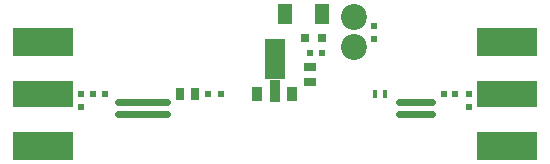
<source format=gts>
G04 #@! TF.FileFunction,Soldermask,Top*
%FSLAX46Y46*%
G04 Gerber Fmt 4.6, Leading zero omitted, Abs format (unit mm)*
G04 Created by KiCad (PCBNEW 0.201505031001+5637~23~ubuntu14.04.1-product) date Tue 26 May 2015 22:06:30 BST*
%MOMM*%
G01*
G04 APERTURE LIST*
%ADD10C,0.100000*%
%ADD11C,0.600000*%
%ADD12R,0.600000X0.600000*%
%ADD13R,0.700000X0.800000*%
%ADD14R,1.200000X1.700000*%
%ADD15R,0.500000X0.600000*%
%ADD16R,0.640000X1.020000*%
%ADD17R,1.020000X0.640000*%
%ADD18R,0.360000X0.660000*%
%ADD19R,0.600000X0.500000*%
%ADD20R,5.080000X2.286000*%
%ADD21R,5.080000X2.413000*%
%ADD22R,0.900000X1.900000*%
%ADD23R,0.900000X1.300000*%
%ADD24R,1.800000X3.500000*%
%ADD25C,0.300000*%
%ADD26C,2.200000*%
G04 APERTURE END LIST*
D10*
D11*
X149500000Y-87700000D02*
X152300000Y-87700000D01*
X149500000Y-88700000D02*
X152300000Y-88700000D01*
X125700000Y-87700000D02*
X129900000Y-87700000D01*
X125700000Y-88700000D02*
X129900000Y-88700000D01*
D12*
X124600000Y-87000000D03*
X123600000Y-87000000D03*
X127310000Y-88690000D03*
X127310000Y-87690000D03*
X143000000Y-83500000D03*
X142000000Y-83500000D03*
D13*
X143000000Y-82250000D03*
X141600000Y-82250000D03*
D12*
X151180000Y-88700000D03*
X151180000Y-87700000D03*
D14*
X143000000Y-80250000D03*
X139900000Y-80250000D03*
D12*
X153300000Y-87000000D03*
X154300000Y-87000000D03*
D15*
X122600000Y-87000000D03*
X122600000Y-88100000D03*
X155500000Y-87000000D03*
X155500000Y-88100000D03*
D16*
X132290000Y-87000000D03*
X131010000Y-87000000D03*
D17*
X142000000Y-86000000D03*
X142000000Y-84720000D03*
D18*
X148360000Y-87000000D03*
X147540000Y-87000000D03*
D19*
X134450000Y-87000000D03*
X133350000Y-87000000D03*
D15*
X147400000Y-81200000D03*
X147400000Y-82300000D03*
D20*
X158700000Y-87000000D03*
D21*
X158700000Y-82618500D03*
X158700000Y-91381500D03*
D20*
X119400000Y-87000000D03*
D21*
X119400000Y-91381500D03*
X119400000Y-82618500D03*
D22*
X139000000Y-86700000D03*
D23*
X137500000Y-87000000D03*
X140500000Y-87000000D03*
D24*
X139000000Y-84000000D03*
D25*
X139000000Y-86700000D03*
X139000000Y-87300000D03*
X139000000Y-86100000D03*
X139000000Y-85500000D03*
X139000000Y-84900000D03*
X139000000Y-84300000D03*
X139000000Y-83700000D03*
X139000000Y-83100000D03*
X139000000Y-82500000D03*
X139500000Y-85500000D03*
X139500000Y-84900000D03*
X139500000Y-84300000D03*
X139500000Y-83700000D03*
X139500000Y-83100000D03*
X138500000Y-83100000D03*
X138500000Y-83700000D03*
X138500000Y-84300000D03*
X138500000Y-84900000D03*
X138500000Y-85500000D03*
X138500000Y-82500000D03*
X139500000Y-82500000D03*
D26*
X145700000Y-83000000D03*
X145700000Y-80460000D03*
M02*

</source>
